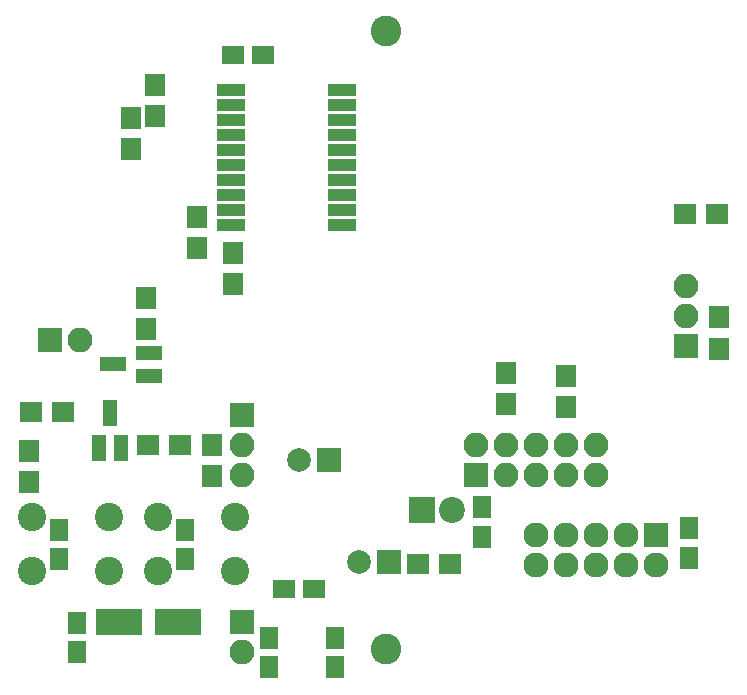
<source format=gbr>
G04 #@! TF.FileFunction,Soldermask,Bot*
%FSLAX46Y46*%
G04 Gerber Fmt 4.6, Leading zero omitted, Abs format (unit mm)*
G04 Created by KiCad (PCBNEW 4.0.5) date 09/27/18 14:31:26*
%MOMM*%
%LPD*%
G01*
G04 APERTURE LIST*
%ADD10C,0.100000*%
%ADD11R,1.650000X1.900000*%
%ADD12R,1.900000X1.650000*%
%ADD13R,2.000000X2.000000*%
%ADD14C,2.000000*%
%ADD15R,3.900000X2.200000*%
%ADD16R,2.200000X2.200000*%
%ADD17C,2.200000*%
%ADD18R,2.350000X1.000000*%
%ADD19R,2.100000X2.100000*%
%ADD20O,2.100000X2.100000*%
%ADD21R,1.200000X2.300000*%
%ADD22R,2.300000X1.200000*%
%ADD23R,1.700000X1.900000*%
%ADD24R,1.900000X1.700000*%
%ADD25C,2.400000*%
%ADD26C,2.600000*%
%ADD27R,2.127200X2.127200*%
%ADD28O,2.127200X2.127200*%
G04 APERTURE END LIST*
D10*
D11*
X137414000Y-125496000D03*
X137414000Y-127996000D03*
D12*
X136886000Y-76200000D03*
X134386000Y-76200000D03*
D11*
X143002000Y-125496000D03*
X143002000Y-127996000D03*
X121158000Y-124226000D03*
X121158000Y-126726000D03*
D12*
X138704000Y-121412000D03*
X141204000Y-121412000D03*
D11*
X172974000Y-118725000D03*
X172974000Y-116225000D03*
X155448000Y-114447000D03*
X155448000Y-116947000D03*
D13*
X147574000Y-119126000D03*
D14*
X145074000Y-119126000D03*
D13*
X142494000Y-110490000D03*
D14*
X139994000Y-110490000D03*
D11*
X119634000Y-116352000D03*
X119634000Y-118852000D03*
X130302000Y-116352000D03*
X130302000Y-118852000D03*
D15*
X124754000Y-124206000D03*
X129754000Y-124206000D03*
D16*
X150368000Y-114681000D03*
D17*
X152908000Y-114681000D03*
D18*
X134238000Y-90551000D03*
X134238000Y-89281000D03*
X134238000Y-88011000D03*
X134238000Y-86741000D03*
X134238000Y-85471000D03*
X134238000Y-84201000D03*
X134238000Y-82931000D03*
X134238000Y-81661000D03*
X134238000Y-80391000D03*
X134238000Y-79121000D03*
X143638000Y-79121000D03*
X143638000Y-80391000D03*
X143638000Y-81661000D03*
X143638000Y-82931000D03*
X143638000Y-84201000D03*
X143638000Y-85471000D03*
X143638000Y-86741000D03*
X143638000Y-88011000D03*
X143638000Y-89281000D03*
X143638000Y-90551000D03*
D19*
X135128000Y-124206000D03*
D20*
X135128000Y-126746000D03*
D19*
X154940000Y-111760000D03*
D20*
X154940000Y-109220000D03*
X157480000Y-111760000D03*
X157480000Y-109220000D03*
X160020000Y-111760000D03*
X160020000Y-109220000D03*
X162560000Y-111760000D03*
X162560000Y-109220000D03*
X165100000Y-111760000D03*
X165100000Y-109220000D03*
D19*
X172720000Y-100832000D03*
D20*
X172720000Y-98292000D03*
X172720000Y-95752000D03*
X135128000Y-111760000D03*
D19*
X135128000Y-106680000D03*
D20*
X135128000Y-109220000D03*
D19*
X118872000Y-100330000D03*
D20*
X121412000Y-100330000D03*
D21*
X124902000Y-109450000D03*
X123002000Y-109450000D03*
X123952000Y-106450000D03*
D22*
X127230000Y-101412000D03*
X127230000Y-103312000D03*
X124230000Y-102362000D03*
D23*
X125730000Y-81454000D03*
X125730000Y-84154000D03*
X127762000Y-78660000D03*
X127762000Y-81360000D03*
X157480000Y-105744000D03*
X157480000Y-103044000D03*
X131318000Y-92536000D03*
X131318000Y-89836000D03*
X134366000Y-95584000D03*
X134366000Y-92884000D03*
D24*
X119968000Y-106426000D03*
X117268000Y-106426000D03*
D23*
X162560000Y-105998000D03*
X162560000Y-103298000D03*
D24*
X175340000Y-89662000D03*
X172640000Y-89662000D03*
X129874000Y-109220000D03*
X127174000Y-109220000D03*
D23*
X127000000Y-99394000D03*
X127000000Y-96694000D03*
X175514000Y-98345000D03*
X175514000Y-101045000D03*
X132588000Y-109140000D03*
X132588000Y-111840000D03*
X117094000Y-112348000D03*
X117094000Y-109648000D03*
D24*
X150034000Y-119253000D03*
X152734000Y-119253000D03*
D25*
X117348000Y-119816000D03*
X117348000Y-115316000D03*
X123848000Y-119816000D03*
X123848000Y-115316000D03*
X128016000Y-119816000D03*
X128016000Y-115316000D03*
X134516000Y-119816000D03*
X134516000Y-115316000D03*
D26*
X147320000Y-74168000D03*
X147320000Y-126492000D03*
D27*
X170180000Y-116840000D03*
D28*
X170180000Y-119380000D03*
X167640000Y-116840000D03*
X167640000Y-119380000D03*
X165100000Y-116840000D03*
X165100000Y-119380000D03*
X162560000Y-116840000D03*
X162560000Y-119380000D03*
X160020000Y-116840000D03*
X160020000Y-119380000D03*
M02*

</source>
